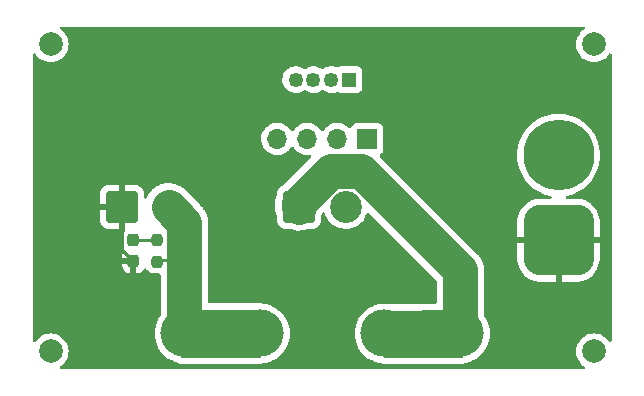
<source format=gbl>
%TF.GenerationSoftware,KiCad,Pcbnew,(6.0.9)*%
%TF.CreationDate,2022-12-21T01:12:51+09:00*%
%TF.ProjectId,power,706f7765-722e-46b6-9963-61645f706362,rev?*%
%TF.SameCoordinates,Original*%
%TF.FileFunction,Copper,L2,Bot*%
%TF.FilePolarity,Positive*%
%FSLAX46Y46*%
G04 Gerber Fmt 4.6, Leading zero omitted, Abs format (unit mm)*
G04 Created by KiCad (PCBNEW (6.0.9)) date 2022-12-21 01:12:51*
%MOMM*%
%LPD*%
G01*
G04 APERTURE LIST*
G04 Aperture macros list*
%AMRoundRect*
0 Rectangle with rounded corners*
0 $1 Rounding radius*
0 $2 $3 $4 $5 $6 $7 $8 $9 X,Y pos of 4 corners*
0 Add a 4 corners polygon primitive as box body*
4,1,4,$2,$3,$4,$5,$6,$7,$8,$9,$2,$3,0*
0 Add four circle primitives for the rounded corners*
1,1,$1+$1,$2,$3*
1,1,$1+$1,$4,$5*
1,1,$1+$1,$6,$7*
1,1,$1+$1,$8,$9*
0 Add four rect primitives between the rounded corners*
20,1,$1+$1,$2,$3,$4,$5,0*
20,1,$1+$1,$4,$5,$6,$7,0*
20,1,$1+$1,$6,$7,$8,$9,0*
20,1,$1+$1,$8,$9,$2,$3,0*%
G04 Aperture macros list end*
%TA.AperFunction,EtchedComponent*%
%ADD10C,0.100000*%
%TD*%
%TA.AperFunction,ComponentPad*%
%ADD11R,1.251000X1.251000*%
%TD*%
%TA.AperFunction,ComponentPad*%
%ADD12C,1.251000*%
%TD*%
%TA.AperFunction,ComponentPad*%
%ADD13R,1.700000X1.700000*%
%TD*%
%TA.AperFunction,ComponentPad*%
%ADD14O,1.700000X1.700000*%
%TD*%
%TA.AperFunction,ComponentPad*%
%ADD15RoundRect,0.250001X-1.099999X-1.099999X1.099999X-1.099999X1.099999X1.099999X-1.099999X1.099999X0*%
%TD*%
%TA.AperFunction,ComponentPad*%
%ADD16C,2.700000*%
%TD*%
%TA.AperFunction,SMDPad,CuDef*%
%ADD17RoundRect,0.237500X0.237500X-0.287500X0.237500X0.287500X-0.237500X0.287500X-0.237500X-0.287500X0*%
%TD*%
%TA.AperFunction,ComponentPad*%
%ADD18C,4.000000*%
%TD*%
%TA.AperFunction,SMDPad,CuDef*%
%ADD19RoundRect,0.237500X0.237500X-0.250000X0.237500X0.250000X-0.237500X0.250000X-0.237500X-0.250000X0*%
%TD*%
%TA.AperFunction,ComponentPad*%
%ADD20RoundRect,1.500000X1.500000X-1.500000X1.500000X1.500000X-1.500000X1.500000X-1.500000X-1.500000X0*%
%TD*%
%TA.AperFunction,ComponentPad*%
%ADD21C,6.000000*%
%TD*%
%TA.AperFunction,ViaPad*%
%ADD22C,2.000000*%
%TD*%
%TA.AperFunction,Conductor*%
%ADD23C,0.250000*%
%TD*%
%TA.AperFunction,Conductor*%
%ADD24C,3.000000*%
%TD*%
G04 APERTURE END LIST*
%TO.C,F1*%
G36*
X109754000Y-98500000D02*
G01*
X103054000Y-98500000D01*
X103054000Y-94500000D01*
X109754000Y-94500000D01*
X109754000Y-98500000D01*
G37*
D10*
X109754000Y-98500000D02*
X103054000Y-98500000D01*
X103054000Y-94500000D01*
X109754000Y-94500000D01*
X109754000Y-98500000D01*
G36*
X126846000Y-98500000D02*
G01*
X120246000Y-98500000D01*
X120046000Y-94600000D01*
X126846000Y-94500000D01*
X126846000Y-98500000D01*
G37*
X126846000Y-98500000D02*
X120246000Y-98500000D01*
X120046000Y-94600000D01*
X126846000Y-94500000D01*
X126846000Y-98500000D01*
%TD*%
D11*
%TO.P,J2,1,Pin_1*%
%TO.N,Net-(J2-Pad1)*%
X117250000Y-75000000D03*
D12*
%TO.P,J2,2,Pin_2*%
%TO.N,Net-(J2-Pad2)*%
X115750000Y-75000000D03*
%TO.P,J2,3,Pin_3*%
%TO.N,Net-(J2-Pad3)*%
X114250000Y-75000000D03*
%TO.P,J2,4,Pin_4*%
%TO.N,Net-(J2-Pad4)*%
X112750000Y-75000000D03*
%TD*%
D13*
%TO.P,J4,1,Pin_1*%
%TO.N,Net-(J2-Pad1)*%
X118800000Y-80025000D03*
D14*
%TO.P,J4,2,Pin_2*%
%TO.N,Net-(J2-Pad2)*%
X116260000Y-80025000D03*
%TO.P,J4,3,Pin_3*%
%TO.N,Net-(J2-Pad3)*%
X113720000Y-80025000D03*
%TO.P,J4,4,Pin_4*%
%TO.N,Net-(J2-Pad4)*%
X111180000Y-80025000D03*
%TD*%
D15*
%TO.P,J3,1,Pin_1*%
%TO.N,Net-(F1-Pad2)*%
X113020000Y-85775000D03*
D16*
%TO.P,J3,2,Pin_2*%
%TO.N,Net-(J1-Pad2)*%
X116980000Y-85775000D03*
%TD*%
D17*
%TO.P,D1,1,K*%
%TO.N,GND*%
X99000000Y-90375000D03*
%TO.P,D1,2,A*%
%TO.N,Net-(D1-Pad2)*%
X99000000Y-88625000D03*
%TD*%
D18*
%TO.P,F1,*%
%TO.N,*%
X120246000Y-96500000D03*
X109754000Y-96500000D03*
%TO.P,F1,1*%
%TO.N,Net-(F1-Pad1)*%
X103316000Y-96500000D03*
%TO.P,F1,2*%
%TO.N,Net-(F1-Pad2)*%
X126684000Y-96500000D03*
%TD*%
D19*
%TO.P,R1,1*%
%TO.N,Net-(F1-Pad1)*%
X101000000Y-90412500D03*
%TO.P,R1,2*%
%TO.N,Net-(D1-Pad2)*%
X101000000Y-88587500D03*
%TD*%
D15*
%TO.P,J5,1,Pin_1*%
%TO.N,GND*%
X98020000Y-85775000D03*
D16*
%TO.P,J5,2,Pin_2*%
%TO.N,Net-(F1-Pad1)*%
X101980000Y-85775000D03*
%TD*%
D20*
%TO.P,J1,1,Pin_1*%
%TO.N,GND*%
X135000000Y-88600000D03*
D21*
%TO.P,J1,2,Pin_2*%
%TO.N,Net-(J1-Pad2)*%
X135000000Y-81400000D03*
%TD*%
D22*
%TO.N,*%
X92000000Y-72000000D03*
X92000000Y-98000000D03*
X138000000Y-72000000D03*
X138000000Y-98000000D03*
%TD*%
D23*
%TO.N,GND*%
X98020000Y-89395000D02*
X98020000Y-85775000D01*
X99000000Y-90375000D02*
X98020000Y-89395000D01*
%TO.N,Net-(D1-Pad2)*%
X101000000Y-88587500D02*
X99037500Y-88587500D01*
X99037500Y-88587500D02*
X99000000Y-88625000D01*
D24*
%TO.N,Net-(F1-Pad1)*%
X103316000Y-96500000D02*
X103316000Y-90316000D01*
D23*
X101000000Y-90412500D02*
X101096500Y-90316000D01*
X101096500Y-90316000D02*
X103316000Y-90316000D01*
D24*
X103316000Y-87111000D02*
X101980000Y-85775000D01*
X103316000Y-90316000D02*
X103316000Y-87111000D01*
%TO.N,Net-(F1-Pad2)*%
X115716648Y-82725000D02*
X113020000Y-85421648D01*
X126684000Y-96500000D02*
X126684000Y-91165648D01*
X126684000Y-91165648D02*
X118243352Y-82725000D01*
X118243352Y-82725000D02*
X115716648Y-82725000D01*
X113020000Y-85421648D02*
X113020000Y-85775000D01*
%TD*%
%TA.AperFunction,Conductor*%
%TO.N,GND*%
G36*
X137168175Y-70528502D02*
G01*
X137214668Y-70582158D01*
X137224772Y-70652432D01*
X137195278Y-70717012D01*
X137165890Y-70741933D01*
X137110584Y-70775824D01*
X136930031Y-70930031D01*
X136775824Y-71110584D01*
X136773245Y-71114792D01*
X136773241Y-71114798D01*
X136654346Y-71308817D01*
X136651760Y-71313037D01*
X136649867Y-71317607D01*
X136649865Y-71317611D01*
X136562789Y-71527833D01*
X136560895Y-71532406D01*
X136505465Y-71763289D01*
X136486835Y-72000000D01*
X136505465Y-72236711D01*
X136560895Y-72467594D01*
X136651760Y-72686963D01*
X136654346Y-72691183D01*
X136773241Y-72885202D01*
X136773245Y-72885208D01*
X136775824Y-72889416D01*
X136930031Y-73069969D01*
X137110584Y-73224176D01*
X137114792Y-73226755D01*
X137114798Y-73226759D01*
X137308817Y-73345654D01*
X137313037Y-73348240D01*
X137317607Y-73350133D01*
X137317611Y-73350135D01*
X137527833Y-73437211D01*
X137532406Y-73439105D01*
X137612609Y-73458360D01*
X137758476Y-73493380D01*
X137758482Y-73493381D01*
X137763289Y-73494535D01*
X138000000Y-73513165D01*
X138236711Y-73494535D01*
X138241518Y-73493381D01*
X138241524Y-73493380D01*
X138387391Y-73458360D01*
X138467594Y-73439105D01*
X138472167Y-73437211D01*
X138682389Y-73350135D01*
X138682393Y-73350133D01*
X138686963Y-73348240D01*
X138691183Y-73345654D01*
X138885202Y-73226759D01*
X138885208Y-73226755D01*
X138889416Y-73224176D01*
X139069969Y-73069969D01*
X139224176Y-72889416D01*
X139258067Y-72834111D01*
X139310715Y-72786480D01*
X139380756Y-72774873D01*
X139445954Y-72802976D01*
X139485608Y-72861867D01*
X139491500Y-72899946D01*
X139491500Y-97100054D01*
X139471498Y-97168175D01*
X139417842Y-97214668D01*
X139347568Y-97224772D01*
X139282988Y-97195278D01*
X139258067Y-97165889D01*
X139233054Y-97125072D01*
X139224176Y-97110584D01*
X139069969Y-96930031D01*
X138889416Y-96775824D01*
X138885208Y-96773245D01*
X138885202Y-96773241D01*
X138691183Y-96654346D01*
X138686963Y-96651760D01*
X138682393Y-96649867D01*
X138682389Y-96649865D01*
X138472167Y-96562789D01*
X138472165Y-96562788D01*
X138467594Y-96560895D01*
X138387391Y-96541640D01*
X138241524Y-96506620D01*
X138241518Y-96506619D01*
X138236711Y-96505465D01*
X138000000Y-96486835D01*
X137763289Y-96505465D01*
X137758482Y-96506619D01*
X137758476Y-96506620D01*
X137612609Y-96541640D01*
X137532406Y-96560895D01*
X137527835Y-96562788D01*
X137527833Y-96562789D01*
X137317611Y-96649865D01*
X137317607Y-96649867D01*
X137313037Y-96651760D01*
X137308817Y-96654346D01*
X137114798Y-96773241D01*
X137114792Y-96773245D01*
X137110584Y-96775824D01*
X136930031Y-96930031D01*
X136775824Y-97110584D01*
X136773245Y-97114792D01*
X136773241Y-97114798D01*
X136654346Y-97308817D01*
X136651760Y-97313037D01*
X136649867Y-97317607D01*
X136649865Y-97317611D01*
X136562789Y-97527833D01*
X136560895Y-97532406D01*
X136505465Y-97763289D01*
X136486835Y-98000000D01*
X136505465Y-98236711D01*
X136560895Y-98467594D01*
X136562788Y-98472165D01*
X136562789Y-98472167D01*
X136625719Y-98624093D01*
X136651760Y-98686963D01*
X136654346Y-98691183D01*
X136773241Y-98885202D01*
X136773245Y-98885208D01*
X136775824Y-98889416D01*
X136880793Y-99012319D01*
X136921430Y-99059898D01*
X136930031Y-99069969D01*
X137110584Y-99224176D01*
X137165889Y-99258067D01*
X137213520Y-99310715D01*
X137225127Y-99380756D01*
X137197024Y-99445954D01*
X137138133Y-99485608D01*
X137100054Y-99491500D01*
X92899946Y-99491500D01*
X92831825Y-99471498D01*
X92785332Y-99417842D01*
X92775228Y-99347568D01*
X92804722Y-99282988D01*
X92834111Y-99258067D01*
X92889416Y-99224176D01*
X93069969Y-99069969D01*
X93078571Y-99059898D01*
X93119207Y-99012319D01*
X93224176Y-98889416D01*
X93226755Y-98885208D01*
X93226759Y-98885202D01*
X93345654Y-98691183D01*
X93348240Y-98686963D01*
X93374282Y-98624093D01*
X93437211Y-98472167D01*
X93437212Y-98472165D01*
X93439105Y-98467594D01*
X93494535Y-98236711D01*
X93513165Y-98000000D01*
X93494535Y-97763289D01*
X93439105Y-97532406D01*
X93437211Y-97527833D01*
X93350135Y-97317611D01*
X93350133Y-97317607D01*
X93348240Y-97313037D01*
X93345654Y-97308817D01*
X93226759Y-97114798D01*
X93226755Y-97114792D01*
X93224176Y-97110584D01*
X93069969Y-96930031D01*
X92889416Y-96775824D01*
X92885208Y-96773245D01*
X92885202Y-96773241D01*
X92691183Y-96654346D01*
X92686963Y-96651760D01*
X92682393Y-96649867D01*
X92682389Y-96649865D01*
X92472167Y-96562789D01*
X92472165Y-96562788D01*
X92467594Y-96560895D01*
X92387391Y-96541640D01*
X92241524Y-96506620D01*
X92241518Y-96506619D01*
X92236711Y-96505465D01*
X92000000Y-96486835D01*
X91763289Y-96505465D01*
X91758482Y-96506619D01*
X91758476Y-96506620D01*
X91612609Y-96541640D01*
X91532406Y-96560895D01*
X91527835Y-96562788D01*
X91527833Y-96562789D01*
X91317611Y-96649865D01*
X91317607Y-96649867D01*
X91313037Y-96651760D01*
X91308817Y-96654346D01*
X91114798Y-96773241D01*
X91114792Y-96773245D01*
X91110584Y-96775824D01*
X90930031Y-96930031D01*
X90775824Y-97110584D01*
X90766946Y-97125072D01*
X90741933Y-97165889D01*
X90689285Y-97213520D01*
X90619244Y-97225127D01*
X90554046Y-97197024D01*
X90514392Y-97138133D01*
X90508500Y-97100054D01*
X90508500Y-90708766D01*
X98017000Y-90708766D01*
X98017337Y-90715282D01*
X98027075Y-90809132D01*
X98029968Y-90822528D01*
X98080488Y-90973953D01*
X98086653Y-90987115D01*
X98170426Y-91122492D01*
X98179460Y-91133890D01*
X98292129Y-91246363D01*
X98303540Y-91255375D01*
X98439063Y-91338912D01*
X98452241Y-91345056D01*
X98603766Y-91395315D01*
X98617132Y-91398181D01*
X98709770Y-91407672D01*
X98716185Y-91408000D01*
X98727885Y-91408000D01*
X98743124Y-91403525D01*
X98744329Y-91402135D01*
X98746000Y-91394452D01*
X98746000Y-90647115D01*
X98741525Y-90631876D01*
X98740135Y-90630671D01*
X98732452Y-90629000D01*
X98035115Y-90629000D01*
X98019876Y-90633475D01*
X98018671Y-90634865D01*
X98017000Y-90642548D01*
X98017000Y-90708766D01*
X90508500Y-90708766D01*
X90508500Y-88962072D01*
X98016500Y-88962072D01*
X98027293Y-89066093D01*
X98082346Y-89231107D01*
X98173884Y-89379031D01*
X98206141Y-89411231D01*
X98240220Y-89473512D01*
X98235218Y-89544332D01*
X98206296Y-89589422D01*
X98178637Y-89617129D01*
X98169625Y-89628540D01*
X98086088Y-89764063D01*
X98079944Y-89777241D01*
X98029685Y-89928766D01*
X98026819Y-89942132D01*
X98017328Y-90034770D01*
X98017000Y-90041185D01*
X98017000Y-90102885D01*
X98021475Y-90118124D01*
X98022865Y-90119329D01*
X98030548Y-90121000D01*
X99128000Y-90121000D01*
X99196121Y-90141002D01*
X99242614Y-90194658D01*
X99254000Y-90247000D01*
X99254000Y-91389885D01*
X99258475Y-91405124D01*
X99259865Y-91406329D01*
X99267548Y-91408000D01*
X99283766Y-91408000D01*
X99290282Y-91407663D01*
X99384132Y-91397925D01*
X99397528Y-91395032D01*
X99548953Y-91344512D01*
X99562115Y-91338347D01*
X99697492Y-91254574D01*
X99708890Y-91245540D01*
X99821363Y-91132871D01*
X99830375Y-91121460D01*
X99892406Y-91020827D01*
X99945178Y-90973334D01*
X100015250Y-90961910D01*
X100080374Y-90990184D01*
X100106807Y-91020635D01*
X100173884Y-91129031D01*
X100179066Y-91134204D01*
X100291816Y-91246758D01*
X100291821Y-91246762D01*
X100296997Y-91251929D01*
X100303227Y-91255769D01*
X100303228Y-91255770D01*
X100398861Y-91314719D01*
X100445080Y-91343209D01*
X100610191Y-91397974D01*
X100617027Y-91398674D01*
X100617030Y-91398675D01*
X100664370Y-91403525D01*
X100712928Y-91408500D01*
X101181500Y-91408500D01*
X101249621Y-91428502D01*
X101296114Y-91482158D01*
X101307500Y-91534500D01*
X101307500Y-94947792D01*
X101283588Y-95021392D01*
X101282568Y-95022625D01*
X101113438Y-95289131D01*
X101111754Y-95292710D01*
X101111750Y-95292717D01*
X100980733Y-95571144D01*
X100979044Y-95574734D01*
X100881505Y-95874928D01*
X100822359Y-96184980D01*
X100802540Y-96500000D01*
X100822359Y-96815020D01*
X100881505Y-97125072D01*
X100979044Y-97425266D01*
X100980731Y-97428852D01*
X100980733Y-97428856D01*
X101111750Y-97707283D01*
X101111754Y-97707290D01*
X101113438Y-97710869D01*
X101282568Y-97977375D01*
X101483767Y-98220582D01*
X101713860Y-98436654D01*
X101969221Y-98622184D01*
X102245821Y-98774247D01*
X102249490Y-98775700D01*
X102249495Y-98775702D01*
X102526061Y-98885202D01*
X102539298Y-98890443D01*
X102543113Y-98891423D01*
X102543133Y-98891429D01*
X102664837Y-98922677D01*
X102699897Y-98937631D01*
X102741390Y-98963357D01*
X102747984Y-98967737D01*
X102792816Y-98999598D01*
X102800894Y-99002506D01*
X102808510Y-99006488D01*
X102808440Y-99006622D01*
X102809494Y-99007131D01*
X102809556Y-99006992D01*
X102817397Y-99010483D01*
X102824702Y-99015012D01*
X102871107Y-99028494D01*
X102877516Y-99030356D01*
X102885042Y-99032802D01*
X102928709Y-99048523D01*
X102928711Y-99048523D01*
X102936790Y-99051432D01*
X102945352Y-99052061D01*
X102953761Y-99053848D01*
X102953729Y-99053996D01*
X102958767Y-99054903D01*
X102958805Y-99054692D01*
X102965313Y-99055863D01*
X102971646Y-99057703D01*
X102978223Y-99058186D01*
X102980192Y-99058331D01*
X102980203Y-99058331D01*
X102982499Y-99058500D01*
X103028411Y-99058500D01*
X103037638Y-99058838D01*
X103089398Y-99062639D01*
X103097817Y-99060941D01*
X103098427Y-99060903D01*
X103122501Y-99058500D01*
X109728411Y-99058500D01*
X109737638Y-99058838D01*
X109789398Y-99062639D01*
X109797813Y-99060942D01*
X109797816Y-99060942D01*
X109843315Y-99051767D01*
X109851121Y-99050447D01*
X109897093Y-99044150D01*
X109897094Y-99044150D01*
X109905604Y-99042984D01*
X109913485Y-99039573D01*
X109921764Y-99037262D01*
X109921804Y-99037406D01*
X109922918Y-99037058D01*
X109922868Y-99036915D01*
X109930978Y-99034091D01*
X109939399Y-99032393D01*
X109988413Y-99007419D01*
X109995583Y-99004046D01*
X109999131Y-99002511D01*
X110033370Y-98993146D01*
X110221043Y-98969438D01*
X110221063Y-98969434D01*
X110224975Y-98968940D01*
X110530702Y-98890443D01*
X110543939Y-98885202D01*
X110820505Y-98775702D01*
X110820510Y-98775700D01*
X110824179Y-98774247D01*
X111100779Y-98622184D01*
X111356140Y-98436654D01*
X111586233Y-98220582D01*
X111787432Y-97977375D01*
X111956562Y-97710869D01*
X111958246Y-97707290D01*
X111958250Y-97707283D01*
X112089267Y-97428856D01*
X112089269Y-97428852D01*
X112090956Y-97425266D01*
X112188495Y-97125072D01*
X112247641Y-96815020D01*
X112267460Y-96500000D01*
X112247641Y-96184980D01*
X112188495Y-95874928D01*
X112090956Y-95574734D01*
X112089267Y-95571144D01*
X111958250Y-95292717D01*
X111958246Y-95292710D01*
X111956562Y-95289131D01*
X111787432Y-95022625D01*
X111586233Y-94779418D01*
X111356140Y-94563346D01*
X111100779Y-94377816D01*
X110824179Y-94225753D01*
X110820510Y-94224300D01*
X110820505Y-94224298D01*
X110534372Y-94111010D01*
X110534371Y-94111010D01*
X110530702Y-94109557D01*
X110224975Y-94031060D01*
X110124654Y-94018387D01*
X110044842Y-94008304D01*
X110015644Y-93999155D01*
X110015194Y-94000405D01*
X110010896Y-93998858D01*
X110003891Y-93995472D01*
X110002261Y-93994961D01*
X109999493Y-93993514D01*
X109999563Y-93993380D01*
X109998506Y-93992869D01*
X109998444Y-93993008D01*
X109990603Y-93989517D01*
X109983298Y-93984988D01*
X109930480Y-93969643D01*
X109922958Y-93967198D01*
X109879291Y-93951477D01*
X109879289Y-93951477D01*
X109871210Y-93948568D01*
X109862648Y-93947939D01*
X109854239Y-93946152D01*
X109854271Y-93946004D01*
X109849233Y-93945097D01*
X109849195Y-93945308D01*
X109842687Y-93944137D01*
X109836354Y-93942297D01*
X109829777Y-93941814D01*
X109827808Y-93941669D01*
X109827797Y-93941669D01*
X109825501Y-93941500D01*
X109779589Y-93941500D01*
X109770361Y-93941162D01*
X109718602Y-93937361D01*
X109710183Y-93939059D01*
X109709573Y-93939097D01*
X109685499Y-93941500D01*
X105450500Y-93941500D01*
X105382379Y-93921498D01*
X105335886Y-93867842D01*
X105324500Y-93815500D01*
X105324500Y-87166890D01*
X105324673Y-87160296D01*
X105328868Y-87080259D01*
X105328868Y-87080253D01*
X105329098Y-87075862D01*
X105325636Y-87036284D01*
X105318479Y-86954486D01*
X105318307Y-86952293D01*
X105310118Y-86835173D01*
X105310117Y-86835167D01*
X105309811Y-86830788D01*
X105307753Y-86821107D01*
X105305481Y-86805900D01*
X105305002Y-86800425D01*
X105305000Y-86800412D01*
X105304617Y-86796034D01*
X105303628Y-86791748D01*
X105277207Y-86677305D01*
X105276732Y-86675160D01*
X105252325Y-86560337D01*
X105252323Y-86560330D01*
X105251409Y-86556030D01*
X105248020Y-86546719D01*
X105243655Y-86531981D01*
X105241428Y-86522337D01*
X105197777Y-86408622D01*
X105197018Y-86406591D01*
X105156842Y-86296207D01*
X105156838Y-86296198D01*
X105155337Y-86292074D01*
X105153278Y-86288202D01*
X105153273Y-86288190D01*
X105150686Y-86283325D01*
X105144310Y-86269334D01*
X105142342Y-86264207D01*
X105142339Y-86264200D01*
X105140764Y-86260098D01*
X105081702Y-86153548D01*
X105080665Y-86151637D01*
X105025528Y-86047940D01*
X105023464Y-86044058D01*
X105017650Y-86036056D01*
X105009379Y-86023073D01*
X105006720Y-86018275D01*
X105006714Y-86018266D01*
X105004583Y-86014421D01*
X104931290Y-85917160D01*
X104929988Y-85915400D01*
X104880538Y-85847336D01*
X104858358Y-85816808D01*
X104851472Y-85809677D01*
X104841486Y-85797984D01*
X104838187Y-85793607D01*
X104838186Y-85793606D01*
X104835535Y-85790088D01*
X104749487Y-85704040D01*
X104747945Y-85702472D01*
X104666285Y-85617910D01*
X104666281Y-85617907D01*
X104663231Y-85614748D01*
X104655414Y-85608641D01*
X104643899Y-85598452D01*
X103352185Y-84306737D01*
X103350623Y-84305175D01*
X103191697Y-84167023D01*
X102956118Y-84014036D01*
X102701540Y-83895324D01*
X102697340Y-83894040D01*
X102697335Y-83894038D01*
X102567228Y-83854261D01*
X102432917Y-83813199D01*
X102155480Y-83769256D01*
X102151080Y-83769179D01*
X102151078Y-83769179D01*
X102061572Y-83767617D01*
X101874626Y-83764354D01*
X101870270Y-83764889D01*
X101870267Y-83764889D01*
X101600188Y-83798051D01*
X101600184Y-83798052D01*
X101595825Y-83798587D01*
X101536493Y-83814485D01*
X101328739Y-83870152D01*
X101328737Y-83870153D01*
X101324500Y-83871288D01*
X101065933Y-83981043D01*
X101062166Y-83983306D01*
X101062159Y-83983310D01*
X101011023Y-84014036D01*
X100825158Y-84125715D01*
X100821742Y-84128481D01*
X100821738Y-84128484D01*
X100683725Y-84240246D01*
X100606862Y-84302489D01*
X100603860Y-84305708D01*
X100603856Y-84305712D01*
X100553770Y-84359423D01*
X100415291Y-84507923D01*
X100254175Y-84738020D01*
X100126650Y-84988300D01*
X100123134Y-84998512D01*
X100082044Y-85056407D01*
X100016175Y-85082897D01*
X99946440Y-85069571D01*
X99894980Y-85020659D01*
X99878000Y-84957487D01*
X99878000Y-84627904D01*
X99877663Y-84621389D01*
X99867744Y-84525797D01*
X99864850Y-84512398D01*
X99813412Y-84358217D01*
X99807238Y-84345038D01*
X99721937Y-84207193D01*
X99712901Y-84195792D01*
X99598170Y-84081261D01*
X99586759Y-84072249D01*
X99448755Y-83987182D01*
X99435577Y-83981038D01*
X99281284Y-83929861D01*
X99267919Y-83926995D01*
X99173561Y-83917328D01*
X99167144Y-83917000D01*
X98292115Y-83917000D01*
X98276876Y-83921475D01*
X98275671Y-83922865D01*
X98274000Y-83930548D01*
X98274000Y-87614885D01*
X98288355Y-87663774D01*
X98288355Y-87734771D01*
X98256632Y-87788290D01*
X98173071Y-87871997D01*
X98169231Y-87878227D01*
X98169230Y-87878228D01*
X98159323Y-87894301D01*
X98081791Y-88020080D01*
X98027026Y-88185191D01*
X98016500Y-88287928D01*
X98016500Y-88962072D01*
X90508500Y-88962072D01*
X90508500Y-86922096D01*
X96162000Y-86922096D01*
X96162337Y-86928611D01*
X96172256Y-87024203D01*
X96175150Y-87037602D01*
X96226588Y-87191783D01*
X96232762Y-87204962D01*
X96318063Y-87342807D01*
X96327099Y-87354208D01*
X96441830Y-87468739D01*
X96453241Y-87477751D01*
X96591245Y-87562818D01*
X96604423Y-87568962D01*
X96758716Y-87620139D01*
X96772081Y-87623005D01*
X96866439Y-87632672D01*
X96872855Y-87633000D01*
X97747885Y-87633000D01*
X97763124Y-87628525D01*
X97764329Y-87627135D01*
X97766000Y-87619452D01*
X97766000Y-86047115D01*
X97761525Y-86031876D01*
X97760135Y-86030671D01*
X97752452Y-86029000D01*
X96180115Y-86029000D01*
X96164876Y-86033475D01*
X96163671Y-86034865D01*
X96162000Y-86042548D01*
X96162000Y-86922096D01*
X90508500Y-86922096D01*
X90508500Y-85502885D01*
X96162000Y-85502885D01*
X96166475Y-85518124D01*
X96167865Y-85519329D01*
X96175548Y-85521000D01*
X97747885Y-85521000D01*
X97763124Y-85516525D01*
X97764329Y-85515135D01*
X97766000Y-85507452D01*
X97766000Y-83935115D01*
X97761525Y-83919876D01*
X97760135Y-83918671D01*
X97752452Y-83917000D01*
X96872904Y-83917000D01*
X96866389Y-83917337D01*
X96770797Y-83927256D01*
X96757398Y-83930150D01*
X96603217Y-83981588D01*
X96590038Y-83987762D01*
X96452193Y-84073063D01*
X96440792Y-84082099D01*
X96326261Y-84196830D01*
X96317249Y-84208241D01*
X96232182Y-84346245D01*
X96226038Y-84359423D01*
X96174861Y-84513716D01*
X96171995Y-84527081D01*
X96162328Y-84621439D01*
X96162000Y-84627856D01*
X96162000Y-85502885D01*
X90508500Y-85502885D01*
X90508500Y-79991695D01*
X109817251Y-79991695D01*
X109830110Y-80214715D01*
X109831247Y-80219761D01*
X109831248Y-80219767D01*
X109851862Y-80311236D01*
X109879222Y-80432639D01*
X109963266Y-80639616D01*
X110000685Y-80700678D01*
X110077291Y-80825688D01*
X110079987Y-80830088D01*
X110226250Y-80998938D01*
X110398126Y-81141632D01*
X110591000Y-81254338D01*
X110799692Y-81334030D01*
X110804760Y-81335061D01*
X110804763Y-81335062D01*
X110912017Y-81356883D01*
X111018597Y-81378567D01*
X111023772Y-81378757D01*
X111023774Y-81378757D01*
X111236673Y-81386564D01*
X111236677Y-81386564D01*
X111241837Y-81386753D01*
X111246957Y-81386097D01*
X111246959Y-81386097D01*
X111458288Y-81359025D01*
X111458289Y-81359025D01*
X111463416Y-81358368D01*
X111468366Y-81356883D01*
X111672429Y-81295661D01*
X111672434Y-81295659D01*
X111677384Y-81294174D01*
X111877994Y-81195896D01*
X112059860Y-81066173D01*
X112090090Y-81036049D01*
X112203400Y-80923134D01*
X112218096Y-80908489D01*
X112277594Y-80825689D01*
X112348453Y-80727077D01*
X112349776Y-80728028D01*
X112396645Y-80684857D01*
X112466580Y-80672625D01*
X112532026Y-80700144D01*
X112559875Y-80731994D01*
X112619987Y-80830088D01*
X112766250Y-80998938D01*
X112938126Y-81141632D01*
X113131000Y-81254338D01*
X113339692Y-81334030D01*
X113344760Y-81335061D01*
X113344763Y-81335062D01*
X113452017Y-81356883D01*
X113558597Y-81378567D01*
X113563772Y-81378757D01*
X113563774Y-81378757D01*
X113776673Y-81386564D01*
X113776677Y-81386564D01*
X113781837Y-81386753D01*
X113786957Y-81386097D01*
X113786959Y-81386097D01*
X113859961Y-81376745D01*
X113911935Y-81370087D01*
X113982044Y-81381271D01*
X114034978Y-81428584D01*
X114053929Y-81497005D01*
X114032881Y-81564810D01*
X114017039Y-81584161D01*
X111649632Y-83951568D01*
X111609000Y-83976687D01*
X111609628Y-83978028D01*
X111602999Y-83981133D01*
X111596055Y-83983450D01*
X111589831Y-83987302D01*
X111589830Y-83987302D01*
X111546628Y-84014036D01*
X111445652Y-84076522D01*
X111320695Y-84201697D01*
X111316855Y-84207927D01*
X111316854Y-84207928D01*
X111258566Y-84302489D01*
X111227885Y-84352262D01*
X111225581Y-84359209D01*
X111174771Y-84512398D01*
X111172203Y-84520139D01*
X111171503Y-84526975D01*
X111171502Y-84526978D01*
X111167091Y-84570031D01*
X111161500Y-84624600D01*
X111161500Y-84627819D01*
X111161336Y-84631028D01*
X111160563Y-84630989D01*
X111149695Y-84680012D01*
X111140324Y-84700108D01*
X111139039Y-84704310D01*
X111139039Y-84704311D01*
X111137430Y-84709575D01*
X111132042Y-84723985D01*
X111128018Y-84733023D01*
X111126803Y-84737261D01*
X111094435Y-84850143D01*
X111093817Y-84852231D01*
X111058199Y-84968731D01*
X111056650Y-84978513D01*
X111053320Y-84993527D01*
X111050593Y-85003038D01*
X111049981Y-85007391D01*
X111049980Y-85007397D01*
X111033646Y-85123626D01*
X111033321Y-85125802D01*
X111014256Y-85246168D01*
X111014179Y-85250564D01*
X111014179Y-85250568D01*
X111014083Y-85256078D01*
X111012876Y-85271408D01*
X111011500Y-85281200D01*
X111011500Y-85402960D01*
X111011481Y-85405158D01*
X111009354Y-85527022D01*
X111009889Y-85531378D01*
X111009889Y-85531381D01*
X111010561Y-85536852D01*
X111011500Y-85552208D01*
X111011500Y-85845146D01*
X111011653Y-85847332D01*
X111011653Y-85847336D01*
X111025681Y-86047940D01*
X111026189Y-86055212D01*
X111084591Y-86329970D01*
X111086094Y-86334099D01*
X111086095Y-86334103D01*
X111153901Y-86520398D01*
X111161500Y-86563492D01*
X111161500Y-86925400D01*
X111161837Y-86928646D01*
X111161837Y-86928650D01*
X111171752Y-87024203D01*
X111172474Y-87031165D01*
X111174655Y-87037701D01*
X111174655Y-87037703D01*
X111185983Y-87071657D01*
X111228450Y-87198945D01*
X111321522Y-87349348D01*
X111446697Y-87474305D01*
X111452927Y-87478145D01*
X111452928Y-87478146D01*
X111590090Y-87562694D01*
X111597262Y-87567115D01*
X111652459Y-87585423D01*
X111758611Y-87620632D01*
X111758613Y-87620632D01*
X111765139Y-87622797D01*
X111771975Y-87623497D01*
X111771978Y-87623498D01*
X111815031Y-87627909D01*
X111869600Y-87633500D01*
X112233832Y-87633500D01*
X112281032Y-87642675D01*
X112397824Y-87689862D01*
X112402093Y-87690926D01*
X112402095Y-87690927D01*
X112666107Y-87756753D01*
X112666112Y-87756754D01*
X112670376Y-87757817D01*
X112674744Y-87758276D01*
X112674749Y-87758277D01*
X112945364Y-87786719D01*
X112945367Y-87786719D01*
X112949733Y-87787178D01*
X112954121Y-87787025D01*
X112954127Y-87787025D01*
X113226061Y-87777529D01*
X113226067Y-87777528D01*
X113230458Y-87777375D01*
X113234781Y-87776613D01*
X113234788Y-87776612D01*
X113418433Y-87744230D01*
X113507087Y-87728598D01*
X113733514Y-87655028D01*
X113770053Y-87643156D01*
X113770055Y-87643155D01*
X113774235Y-87641797D01*
X113774326Y-87642076D01*
X113818443Y-87633500D01*
X114170400Y-87633500D01*
X114173646Y-87633163D01*
X114173650Y-87633163D01*
X114269307Y-87623238D01*
X114269311Y-87623237D01*
X114276165Y-87622526D01*
X114282701Y-87620345D01*
X114282703Y-87620345D01*
X114429120Y-87571496D01*
X114443945Y-87566550D01*
X114594348Y-87473478D01*
X114719305Y-87348303D01*
X114751174Y-87296602D01*
X114808275Y-87203968D01*
X114808276Y-87203966D01*
X114812115Y-87197738D01*
X114865196Y-87037703D01*
X114865632Y-87036389D01*
X114865632Y-87036387D01*
X114867797Y-87029861D01*
X114868509Y-87022919D01*
X114875629Y-86953424D01*
X114878500Y-86925400D01*
X114878500Y-86565610D01*
X114889393Y-86514361D01*
X114910195Y-86467639D01*
X114910196Y-86467637D01*
X114911982Y-86463625D01*
X114940594Y-86363843D01*
X114972618Y-86309478D01*
X114998260Y-86283836D01*
X115060572Y-86249810D01*
X115131387Y-86254875D01*
X115188223Y-86297422D01*
X115206879Y-86333055D01*
X115250441Y-86463625D01*
X115258584Y-86488034D01*
X115277866Y-86526623D01*
X115353158Y-86677305D01*
X115376225Y-86723470D01*
X115378754Y-86727129D01*
X115513530Y-86922134D01*
X115525865Y-86939982D01*
X115704520Y-87133249D01*
X115908623Y-87299415D01*
X115912431Y-87301708D01*
X115912433Y-87301709D01*
X116130288Y-87432868D01*
X116130292Y-87432870D01*
X116134104Y-87435165D01*
X116270026Y-87492721D01*
X116372359Y-87536054D01*
X116372364Y-87536056D01*
X116376462Y-87537791D01*
X116380760Y-87538930D01*
X116380764Y-87538932D01*
X116472575Y-87563275D01*
X116630862Y-87605244D01*
X116892229Y-87636179D01*
X117155347Y-87629978D01*
X117159745Y-87629246D01*
X117410576Y-87587496D01*
X117410580Y-87587495D01*
X117414966Y-87586765D01*
X117419207Y-87585424D01*
X117419210Y-87585423D01*
X117661661Y-87508746D01*
X117661663Y-87508745D01*
X117665907Y-87507403D01*
X117669918Y-87505477D01*
X117669923Y-87505475D01*
X117899143Y-87395405D01*
X117899144Y-87395404D01*
X117903162Y-87393475D01*
X118013187Y-87319958D01*
X118118289Y-87249732D01*
X118118293Y-87249729D01*
X118121997Y-87247254D01*
X118125314Y-87244283D01*
X118125318Y-87244280D01*
X118314729Y-87074629D01*
X118314730Y-87074628D01*
X118318047Y-87071657D01*
X118487398Y-86870189D01*
X118514650Y-86826493D01*
X118609030Y-86675160D01*
X118626674Y-86646869D01*
X118635944Y-86625902D01*
X118731295Y-86410219D01*
X118733093Y-86406152D01*
X118745026Y-86363843D01*
X118751947Y-86339301D01*
X118789688Y-86279167D01*
X118853949Y-86248984D01*
X118924327Y-86258334D01*
X118962311Y-86284407D01*
X124638595Y-91960691D01*
X124672621Y-92023003D01*
X124675500Y-92049786D01*
X124675500Y-93849199D01*
X124655498Y-93917320D01*
X124601842Y-93963813D01*
X124551354Y-93975185D01*
X121209750Y-94024326D01*
X120729467Y-94031389D01*
X120711822Y-94030409D01*
X120679078Y-94026273D01*
X120403821Y-93991500D01*
X120088179Y-93991500D01*
X119775025Y-94031060D01*
X119469298Y-94109557D01*
X119465629Y-94111010D01*
X119465628Y-94111010D01*
X119179495Y-94224298D01*
X119179490Y-94224300D01*
X119175821Y-94225753D01*
X118899221Y-94377816D01*
X118643860Y-94563346D01*
X118413767Y-94779418D01*
X118212568Y-95022625D01*
X118043438Y-95289131D01*
X118041754Y-95292710D01*
X118041750Y-95292717D01*
X117910733Y-95571144D01*
X117909044Y-95574734D01*
X117811505Y-95874928D01*
X117752359Y-96184980D01*
X117732540Y-96500000D01*
X117752359Y-96815020D01*
X117811505Y-97125072D01*
X117909044Y-97425266D01*
X117910731Y-97428852D01*
X117910733Y-97428856D01*
X118041750Y-97707283D01*
X118041754Y-97707290D01*
X118043438Y-97710869D01*
X118212568Y-97977375D01*
X118413767Y-98220582D01*
X118643860Y-98436654D01*
X118899221Y-98622184D01*
X119175821Y-98774247D01*
X119179490Y-98775700D01*
X119179495Y-98775702D01*
X119456061Y-98885202D01*
X119469298Y-98890443D01*
X119775025Y-98968940D01*
X119778937Y-98969434D01*
X119778957Y-98969438D01*
X119956055Y-98991810D01*
X119994925Y-99005829D01*
X119995706Y-99004130D01*
X120001869Y-99006961D01*
X120003768Y-99007980D01*
X120004294Y-99008214D01*
X120010746Y-99012319D01*
X120013901Y-99013276D01*
X120016702Y-99015012D01*
X120069518Y-99030356D01*
X120086325Y-99035239D01*
X120087725Y-99035655D01*
X120150422Y-99054661D01*
X120150425Y-99054662D01*
X120157185Y-99056711D01*
X120160482Y-99056784D01*
X120163646Y-99057703D01*
X120171302Y-99058265D01*
X120172192Y-99058331D01*
X120172203Y-99058331D01*
X120174499Y-99058500D01*
X120236852Y-99058500D01*
X120239634Y-99058531D01*
X120310167Y-99060088D01*
X120315058Y-99058838D01*
X120320979Y-99058500D01*
X126820411Y-99058500D01*
X126829638Y-99058838D01*
X126881398Y-99062639D01*
X126889813Y-99060942D01*
X126889816Y-99060942D01*
X126935315Y-99051767D01*
X126943121Y-99050447D01*
X126989093Y-99044150D01*
X126989094Y-99044150D01*
X126997604Y-99042984D01*
X127005485Y-99039573D01*
X127013764Y-99037262D01*
X127013804Y-99037406D01*
X127014918Y-99037058D01*
X127014868Y-99036915D01*
X127022978Y-99034091D01*
X127031399Y-99032393D01*
X127080411Y-99007420D01*
X127087571Y-99004051D01*
X127097862Y-98999598D01*
X127112771Y-98993146D01*
X127130154Y-98985624D01*
X127130156Y-98985623D01*
X127138038Y-98982212D01*
X127144273Y-98977162D01*
X127177728Y-98963098D01*
X127456881Y-98891424D01*
X127456880Y-98891424D01*
X127460702Y-98890443D01*
X127473939Y-98885202D01*
X127750505Y-98775702D01*
X127750510Y-98775700D01*
X127754179Y-98774247D01*
X128030779Y-98622184D01*
X128286140Y-98436654D01*
X128516233Y-98220582D01*
X128717432Y-97977375D01*
X128886562Y-97710869D01*
X128888246Y-97707290D01*
X128888250Y-97707283D01*
X129019267Y-97428856D01*
X129019269Y-97428852D01*
X129020956Y-97425266D01*
X129118495Y-97125072D01*
X129177641Y-96815020D01*
X129197460Y-96500000D01*
X129177641Y-96184980D01*
X129118495Y-95874928D01*
X129020956Y-95574734D01*
X129019267Y-95571144D01*
X128888250Y-95292717D01*
X128888246Y-95292710D01*
X128886562Y-95289131D01*
X128717432Y-95022625D01*
X128716412Y-95021392D01*
X128692500Y-94947792D01*
X128692500Y-91221544D01*
X128692673Y-91214950D01*
X128696868Y-91134907D01*
X128696868Y-91134901D01*
X128697098Y-91130510D01*
X128696425Y-91122809D01*
X128686479Y-91009134D01*
X128686307Y-91006941D01*
X128678118Y-90889821D01*
X128678117Y-90889815D01*
X128677811Y-90885436D01*
X128675753Y-90875755D01*
X128673481Y-90860548D01*
X128673002Y-90855073D01*
X128673000Y-90855060D01*
X128672617Y-90850682D01*
X128645211Y-90731974D01*
X128644735Y-90729827D01*
X128624550Y-90634865D01*
X128619409Y-90610678D01*
X128617903Y-90606540D01*
X128616024Y-90601376D01*
X128611656Y-90586630D01*
X128610419Y-90581272D01*
X128610418Y-90581267D01*
X128609429Y-90576985D01*
X128565759Y-90463219D01*
X128565000Y-90461190D01*
X128524844Y-90350862D01*
X128524843Y-90350860D01*
X128523337Y-90346722D01*
X128518691Y-90337984D01*
X128512310Y-90323981D01*
X128510344Y-90318858D01*
X128510341Y-90318851D01*
X128508765Y-90314746D01*
X128451209Y-90210915D01*
X131492001Y-90210915D01*
X131492061Y-90213672D01*
X131494601Y-90271855D01*
X131495317Y-90278972D01*
X131537999Y-90548453D01*
X131539978Y-90557023D01*
X131619504Y-90817143D01*
X131622655Y-90825353D01*
X131737613Y-91071882D01*
X131741876Y-91079572D01*
X131890024Y-91307700D01*
X131895314Y-91314719D01*
X132073783Y-91520024D01*
X132079976Y-91526217D01*
X132285281Y-91704686D01*
X132292300Y-91709976D01*
X132520428Y-91858124D01*
X132528118Y-91862387D01*
X132774647Y-91977345D01*
X132782857Y-91980496D01*
X133042977Y-92060022D01*
X133051547Y-92062001D01*
X133321044Y-92104685D01*
X133328128Y-92105399D01*
X133386331Y-92107940D01*
X133389083Y-92108000D01*
X134727885Y-92108000D01*
X134743124Y-92103525D01*
X134744329Y-92102135D01*
X134746000Y-92094452D01*
X134746000Y-92089884D01*
X135254000Y-92089884D01*
X135258475Y-92105123D01*
X135259865Y-92106328D01*
X135267548Y-92107999D01*
X136610915Y-92107999D01*
X136613672Y-92107939D01*
X136671855Y-92105399D01*
X136678972Y-92104683D01*
X136948453Y-92062001D01*
X136957023Y-92060022D01*
X137217143Y-91980496D01*
X137225353Y-91977345D01*
X137471882Y-91862387D01*
X137479572Y-91858124D01*
X137707700Y-91709976D01*
X137714719Y-91704686D01*
X137920024Y-91526217D01*
X137926217Y-91520024D01*
X138104686Y-91314719D01*
X138109976Y-91307700D01*
X138258124Y-91079572D01*
X138262387Y-91071882D01*
X138377345Y-90825353D01*
X138380496Y-90817143D01*
X138460022Y-90557023D01*
X138462001Y-90548453D01*
X138504685Y-90278956D01*
X138505399Y-90271872D01*
X138507940Y-90213669D01*
X138508000Y-90210917D01*
X138508000Y-88872115D01*
X138503525Y-88856876D01*
X138502135Y-88855671D01*
X138494452Y-88854000D01*
X135272115Y-88854000D01*
X135256876Y-88858475D01*
X135255671Y-88859865D01*
X135254000Y-88867548D01*
X135254000Y-92089884D01*
X134746000Y-92089884D01*
X134746000Y-88872115D01*
X134741525Y-88856876D01*
X134740135Y-88855671D01*
X134732452Y-88854000D01*
X131510116Y-88854000D01*
X131494877Y-88858475D01*
X131493672Y-88859865D01*
X131492001Y-88867548D01*
X131492001Y-90210915D01*
X128451209Y-90210915D01*
X128449664Y-90208127D01*
X128448652Y-90206260D01*
X128393530Y-90102590D01*
X128393524Y-90102581D01*
X128391464Y-90098706D01*
X128388879Y-90095149D01*
X128388876Y-90095143D01*
X128385645Y-90090695D01*
X128377379Y-90077721D01*
X128372583Y-90069069D01*
X128299289Y-89971804D01*
X128297991Y-89970050D01*
X128228941Y-89875011D01*
X128228940Y-89875010D01*
X128226358Y-89871456D01*
X128219475Y-89864328D01*
X128209490Y-89852636D01*
X128206188Y-89848255D01*
X128206187Y-89848254D01*
X128203536Y-89844736D01*
X128117460Y-89758660D01*
X128115918Y-89757092D01*
X128034287Y-89672561D01*
X128031231Y-89669396D01*
X128023422Y-89663295D01*
X128011900Y-89653100D01*
X119877463Y-81518663D01*
X119843437Y-81456351D01*
X119847467Y-81400000D01*
X131486685Y-81400000D01*
X131505931Y-81767241D01*
X131563459Y-82130459D01*
X131658639Y-82485674D01*
X131790427Y-82828994D01*
X131957380Y-83156657D01*
X132157668Y-83465075D01*
X132389098Y-83750867D01*
X132649133Y-84010902D01*
X132934925Y-84242332D01*
X132937700Y-84244134D01*
X133113373Y-84358217D01*
X133243342Y-84442620D01*
X133246276Y-84444115D01*
X133246283Y-84444119D01*
X133406586Y-84525797D01*
X133571006Y-84609573D01*
X133688556Y-84654696D01*
X133896247Y-84734421D01*
X133914326Y-84741361D01*
X134269541Y-84836541D01*
X134272793Y-84837056D01*
X134272802Y-84837058D01*
X134301178Y-84841552D01*
X134365331Y-84871965D01*
X134402858Y-84932233D01*
X134401844Y-85003223D01*
X134362611Y-85062394D01*
X134297615Y-85090962D01*
X134281467Y-85092001D01*
X133389086Y-85092001D01*
X133386328Y-85092061D01*
X133328145Y-85094601D01*
X133321028Y-85095317D01*
X133051547Y-85137999D01*
X133042977Y-85139978D01*
X132782857Y-85219504D01*
X132774647Y-85222655D01*
X132528118Y-85337613D01*
X132520428Y-85341876D01*
X132292300Y-85490024D01*
X132285281Y-85495314D01*
X132079976Y-85673783D01*
X132073783Y-85679976D01*
X131895314Y-85885281D01*
X131890024Y-85892300D01*
X131741876Y-86120428D01*
X131737613Y-86128118D01*
X131622655Y-86374647D01*
X131619504Y-86382857D01*
X131539978Y-86642977D01*
X131537999Y-86651547D01*
X131495315Y-86921044D01*
X131494601Y-86928128D01*
X131492060Y-86986331D01*
X131492000Y-86989083D01*
X131492000Y-88327885D01*
X131496475Y-88343124D01*
X131497865Y-88344329D01*
X131505548Y-88346000D01*
X138489884Y-88346000D01*
X138505123Y-88341525D01*
X138506328Y-88340135D01*
X138507999Y-88332452D01*
X138507999Y-86989086D01*
X138507939Y-86986328D01*
X138505399Y-86928145D01*
X138504683Y-86921028D01*
X138462001Y-86651547D01*
X138460022Y-86642977D01*
X138380496Y-86382857D01*
X138377345Y-86374647D01*
X138262387Y-86128118D01*
X138258124Y-86120428D01*
X138109976Y-85892300D01*
X138104686Y-85885281D01*
X137926217Y-85679976D01*
X137920024Y-85673783D01*
X137714719Y-85495314D01*
X137707700Y-85490024D01*
X137479572Y-85341876D01*
X137471882Y-85337613D01*
X137225353Y-85222655D01*
X137217143Y-85219504D01*
X136957023Y-85139978D01*
X136948453Y-85137999D01*
X136678956Y-85095315D01*
X136671872Y-85094601D01*
X136613669Y-85092060D01*
X136610917Y-85092000D01*
X135718536Y-85092000D01*
X135650415Y-85071998D01*
X135603922Y-85018342D01*
X135593818Y-84948068D01*
X135623312Y-84883488D01*
X135683038Y-84845104D01*
X135698827Y-84841551D01*
X135727193Y-84837059D01*
X135727206Y-84837056D01*
X135730459Y-84836541D01*
X136085674Y-84741361D01*
X136103754Y-84734421D01*
X136311444Y-84654696D01*
X136428994Y-84609573D01*
X136593414Y-84525797D01*
X136753717Y-84444119D01*
X136753724Y-84444115D01*
X136756658Y-84442620D01*
X136886628Y-84358217D01*
X137062300Y-84244134D01*
X137065075Y-84242332D01*
X137350867Y-84010902D01*
X137610902Y-83750867D01*
X137842332Y-83465075D01*
X138042620Y-83156657D01*
X138209573Y-82828994D01*
X138341361Y-82485674D01*
X138436541Y-82130459D01*
X138494069Y-81767241D01*
X138513315Y-81400000D01*
X138494069Y-81032759D01*
X138492100Y-81020322D01*
X138456710Y-80796882D01*
X138436541Y-80669541D01*
X138341361Y-80314326D01*
X138209573Y-79971006D01*
X138208075Y-79968066D01*
X138044119Y-79646284D01*
X138044115Y-79646277D01*
X138042620Y-79643343D01*
X137842332Y-79334925D01*
X137610902Y-79049133D01*
X137350867Y-78789098D01*
X137065075Y-78557668D01*
X136756658Y-78357380D01*
X136753724Y-78355885D01*
X136753717Y-78355881D01*
X136431934Y-78191925D01*
X136428994Y-78190427D01*
X136085674Y-78058639D01*
X135730459Y-77963459D01*
X135537442Y-77932888D01*
X135370489Y-77906445D01*
X135370481Y-77906444D01*
X135367241Y-77905931D01*
X135000000Y-77886685D01*
X134632759Y-77905931D01*
X134629519Y-77906444D01*
X134629511Y-77906445D01*
X134462558Y-77932888D01*
X134269541Y-77963459D01*
X133914326Y-78058639D01*
X133571006Y-78190427D01*
X133568066Y-78191925D01*
X133246284Y-78355881D01*
X133246277Y-78355885D01*
X133243343Y-78357380D01*
X132934925Y-78557668D01*
X132649133Y-78789098D01*
X132389098Y-79049133D01*
X132157668Y-79334925D01*
X131957380Y-79643343D01*
X131955885Y-79646277D01*
X131955881Y-79646284D01*
X131791925Y-79968066D01*
X131790427Y-79971006D01*
X131658639Y-80314326D01*
X131563459Y-80669541D01*
X131543290Y-80796882D01*
X131507901Y-81020322D01*
X131505931Y-81032759D01*
X131486685Y-81400000D01*
X119847467Y-81400000D01*
X119848502Y-81385536D01*
X119891049Y-81328700D01*
X119894642Y-81326388D01*
X119896705Y-81325615D01*
X119901928Y-81321701D01*
X119901932Y-81321698D01*
X119989350Y-81256181D01*
X120013261Y-81238261D01*
X120100615Y-81121705D01*
X120151745Y-80985316D01*
X120158500Y-80923134D01*
X120158500Y-79126866D01*
X120151745Y-79064684D01*
X120100615Y-78928295D01*
X120013261Y-78811739D01*
X119896705Y-78724385D01*
X119760316Y-78673255D01*
X119698134Y-78666500D01*
X117901866Y-78666500D01*
X117839684Y-78673255D01*
X117703295Y-78724385D01*
X117586739Y-78811739D01*
X117499385Y-78928295D01*
X117496233Y-78936703D01*
X117454919Y-79046907D01*
X117412277Y-79103671D01*
X117345716Y-79128371D01*
X117276367Y-79113163D01*
X117243743Y-79087476D01*
X117193151Y-79031875D01*
X117193142Y-79031866D01*
X117189670Y-79028051D01*
X117185619Y-79024852D01*
X117185615Y-79024848D01*
X117018414Y-78892800D01*
X117018410Y-78892798D01*
X117014359Y-78889598D01*
X116818789Y-78781638D01*
X116813920Y-78779914D01*
X116813916Y-78779912D01*
X116613087Y-78708795D01*
X116613083Y-78708794D01*
X116608212Y-78707069D01*
X116603119Y-78706162D01*
X116603116Y-78706161D01*
X116393373Y-78668800D01*
X116393367Y-78668799D01*
X116388284Y-78667894D01*
X116314452Y-78666992D01*
X116170081Y-78665228D01*
X116170079Y-78665228D01*
X116164911Y-78665165D01*
X115944091Y-78698955D01*
X115731756Y-78768357D01*
X115533607Y-78871507D01*
X115529474Y-78874610D01*
X115529471Y-78874612D01*
X115359100Y-79002530D01*
X115354965Y-79005635D01*
X115315637Y-79046789D01*
X115261280Y-79103671D01*
X115200629Y-79167138D01*
X115093201Y-79324621D01*
X115038293Y-79369621D01*
X114967768Y-79377792D01*
X114904021Y-79346538D01*
X114883324Y-79322054D01*
X114802822Y-79197617D01*
X114802820Y-79197614D01*
X114800014Y-79193277D01*
X114649670Y-79028051D01*
X114645619Y-79024852D01*
X114645615Y-79024848D01*
X114478414Y-78892800D01*
X114478410Y-78892798D01*
X114474359Y-78889598D01*
X114278789Y-78781638D01*
X114273920Y-78779914D01*
X114273916Y-78779912D01*
X114073087Y-78708795D01*
X114073083Y-78708794D01*
X114068212Y-78707069D01*
X114063119Y-78706162D01*
X114063116Y-78706161D01*
X113853373Y-78668800D01*
X113853367Y-78668799D01*
X113848284Y-78667894D01*
X113774452Y-78666992D01*
X113630081Y-78665228D01*
X113630079Y-78665228D01*
X113624911Y-78665165D01*
X113404091Y-78698955D01*
X113191756Y-78768357D01*
X112993607Y-78871507D01*
X112989474Y-78874610D01*
X112989471Y-78874612D01*
X112819100Y-79002530D01*
X112814965Y-79005635D01*
X112775637Y-79046789D01*
X112721280Y-79103671D01*
X112660629Y-79167138D01*
X112553201Y-79324621D01*
X112498293Y-79369621D01*
X112427768Y-79377792D01*
X112364021Y-79346538D01*
X112343324Y-79322054D01*
X112262822Y-79197617D01*
X112262820Y-79197614D01*
X112260014Y-79193277D01*
X112109670Y-79028051D01*
X112105619Y-79024852D01*
X112105615Y-79024848D01*
X111938414Y-78892800D01*
X111938410Y-78892798D01*
X111934359Y-78889598D01*
X111738789Y-78781638D01*
X111733920Y-78779914D01*
X111733916Y-78779912D01*
X111533087Y-78708795D01*
X111533083Y-78708794D01*
X111528212Y-78707069D01*
X111523119Y-78706162D01*
X111523116Y-78706161D01*
X111313373Y-78668800D01*
X111313367Y-78668799D01*
X111308284Y-78667894D01*
X111234452Y-78666992D01*
X111090081Y-78665228D01*
X111090079Y-78665228D01*
X111084911Y-78665165D01*
X110864091Y-78698955D01*
X110651756Y-78768357D01*
X110453607Y-78871507D01*
X110449474Y-78874610D01*
X110449471Y-78874612D01*
X110279100Y-79002530D01*
X110274965Y-79005635D01*
X110235637Y-79046789D01*
X110181280Y-79103671D01*
X110120629Y-79167138D01*
X109994743Y-79351680D01*
X109900688Y-79554305D01*
X109840989Y-79769570D01*
X109817251Y-79991695D01*
X90508500Y-79991695D01*
X90508500Y-74970188D01*
X111611532Y-74970188D01*
X111625163Y-75178157D01*
X111676465Y-75380159D01*
X111720093Y-75474794D01*
X111761301Y-75564183D01*
X111761304Y-75564188D01*
X111763720Y-75569429D01*
X111884006Y-75739629D01*
X112033293Y-75885059D01*
X112038089Y-75888264D01*
X112038092Y-75888266D01*
X112175777Y-75980263D01*
X112206584Y-76000848D01*
X112211892Y-76003129D01*
X112211893Y-76003129D01*
X112392771Y-76080840D01*
X112392774Y-76080841D01*
X112398074Y-76083118D01*
X112403704Y-76084392D01*
X112595713Y-76127840D01*
X112595716Y-76127840D01*
X112601349Y-76129115D01*
X112607120Y-76129342D01*
X112607122Y-76129342D01*
X112671624Y-76131876D01*
X112809603Y-76137297D01*
X112912732Y-76122344D01*
X113010147Y-76108220D01*
X113010152Y-76108219D01*
X113015861Y-76107391D01*
X113021325Y-76105536D01*
X113021330Y-76105535D01*
X113207743Y-76042257D01*
X113207748Y-76042255D01*
X113213215Y-76040399D01*
X113218437Y-76037475D01*
X113318242Y-75981581D01*
X113395056Y-75938563D01*
X113419972Y-75917841D01*
X113485135Y-75889659D01*
X113555190Y-75901182D01*
X113570541Y-75909948D01*
X113706584Y-76000848D01*
X113711892Y-76003129D01*
X113711893Y-76003129D01*
X113892771Y-76080840D01*
X113892774Y-76080841D01*
X113898074Y-76083118D01*
X113903704Y-76084392D01*
X114095713Y-76127840D01*
X114095716Y-76127840D01*
X114101349Y-76129115D01*
X114107120Y-76129342D01*
X114107122Y-76129342D01*
X114171624Y-76131876D01*
X114309603Y-76137297D01*
X114412732Y-76122344D01*
X114510147Y-76108220D01*
X114510152Y-76108219D01*
X114515861Y-76107391D01*
X114521325Y-76105536D01*
X114521330Y-76105535D01*
X114707743Y-76042257D01*
X114707748Y-76042255D01*
X114713215Y-76040399D01*
X114718437Y-76037475D01*
X114818242Y-75981581D01*
X114895056Y-75938563D01*
X114919972Y-75917841D01*
X114985135Y-75889659D01*
X115055190Y-75901182D01*
X115070541Y-75909948D01*
X115206584Y-76000848D01*
X115211892Y-76003129D01*
X115211893Y-76003129D01*
X115392771Y-76080840D01*
X115392774Y-76080841D01*
X115398074Y-76083118D01*
X115403704Y-76084392D01*
X115595713Y-76127840D01*
X115595716Y-76127840D01*
X115601349Y-76129115D01*
X115607120Y-76129342D01*
X115607122Y-76129342D01*
X115671624Y-76131876D01*
X115809603Y-76137297D01*
X115912732Y-76122344D01*
X116010147Y-76108220D01*
X116010152Y-76108219D01*
X116015861Y-76107391D01*
X116021325Y-76105536D01*
X116021330Y-76105535D01*
X116207743Y-76042257D01*
X116207748Y-76042255D01*
X116213215Y-76040399D01*
X116218258Y-76037575D01*
X116218483Y-76037475D01*
X116288850Y-76028042D01*
X116345295Y-76051757D01*
X116377795Y-76076115D01*
X116514184Y-76127245D01*
X116576366Y-76134000D01*
X117923634Y-76134000D01*
X117985816Y-76127245D01*
X118122205Y-76076115D01*
X118238761Y-75988761D01*
X118326115Y-75872205D01*
X118377245Y-75735816D01*
X118384000Y-75673634D01*
X118384000Y-74326366D01*
X118377245Y-74264184D01*
X118326115Y-74127795D01*
X118238761Y-74011239D01*
X118122205Y-73923885D01*
X117985816Y-73872755D01*
X117923634Y-73866000D01*
X116576366Y-73866000D01*
X116514184Y-73872755D01*
X116377795Y-73923885D01*
X116370612Y-73929268D01*
X116370609Y-73929270D01*
X116342444Y-73950379D01*
X116275938Y-73975226D01*
X116220190Y-73966582D01*
X116078817Y-73910180D01*
X116073453Y-73908040D01*
X116067796Y-73906915D01*
X116067790Y-73906913D01*
X115874710Y-73868508D01*
X115874708Y-73868508D01*
X115869043Y-73867381D01*
X115863268Y-73867305D01*
X115863264Y-73867305D01*
X115759007Y-73865941D01*
X115660646Y-73864653D01*
X115654949Y-73865632D01*
X115654948Y-73865632D01*
X115460939Y-73898969D01*
X115455242Y-73899948D01*
X115259709Y-73972084D01*
X115080596Y-74078645D01*
X115076256Y-74082451D01*
X115073196Y-74084674D01*
X115006328Y-74108530D01*
X114931904Y-74089297D01*
X114771914Y-73988351D01*
X114767031Y-73985270D01*
X114573453Y-73908040D01*
X114567796Y-73906915D01*
X114567790Y-73906913D01*
X114374710Y-73868508D01*
X114374708Y-73868508D01*
X114369043Y-73867381D01*
X114363268Y-73867305D01*
X114363264Y-73867305D01*
X114259007Y-73865941D01*
X114160646Y-73864653D01*
X114154949Y-73865632D01*
X114154948Y-73865632D01*
X113960939Y-73898969D01*
X113955242Y-73899948D01*
X113759709Y-73972084D01*
X113580596Y-74078645D01*
X113576256Y-74082451D01*
X113573196Y-74084674D01*
X113506328Y-74108530D01*
X113431904Y-74089297D01*
X113271914Y-73988351D01*
X113267031Y-73985270D01*
X113073453Y-73908040D01*
X113067796Y-73906915D01*
X113067790Y-73906913D01*
X112874710Y-73868508D01*
X112874708Y-73868508D01*
X112869043Y-73867381D01*
X112863268Y-73867305D01*
X112863264Y-73867305D01*
X112759007Y-73865941D01*
X112660646Y-73864653D01*
X112654949Y-73865632D01*
X112654948Y-73865632D01*
X112460939Y-73898969D01*
X112455242Y-73899948D01*
X112259709Y-73972084D01*
X112254748Y-73975036D01*
X112254747Y-73975036D01*
X112085564Y-74075689D01*
X112085561Y-74075691D01*
X112080596Y-74078645D01*
X111923902Y-74216062D01*
X111794873Y-74379733D01*
X111697832Y-74564178D01*
X111636029Y-74763218D01*
X111611532Y-74970188D01*
X90508500Y-74970188D01*
X90508500Y-72899946D01*
X90528502Y-72831825D01*
X90582158Y-72785332D01*
X90652432Y-72775228D01*
X90717012Y-72804722D01*
X90741933Y-72834110D01*
X90775824Y-72889416D01*
X90930031Y-73069969D01*
X91110584Y-73224176D01*
X91114792Y-73226755D01*
X91114798Y-73226759D01*
X91308817Y-73345654D01*
X91313037Y-73348240D01*
X91317607Y-73350133D01*
X91317611Y-73350135D01*
X91527833Y-73437211D01*
X91532406Y-73439105D01*
X91612609Y-73458360D01*
X91758476Y-73493380D01*
X91758482Y-73493381D01*
X91763289Y-73494535D01*
X92000000Y-73513165D01*
X92236711Y-73494535D01*
X92241518Y-73493381D01*
X92241524Y-73493380D01*
X92387391Y-73458360D01*
X92467594Y-73439105D01*
X92472167Y-73437211D01*
X92682389Y-73350135D01*
X92682393Y-73350133D01*
X92686963Y-73348240D01*
X92691183Y-73345654D01*
X92885202Y-73226759D01*
X92885208Y-73226755D01*
X92889416Y-73224176D01*
X93069969Y-73069969D01*
X93224176Y-72889416D01*
X93226755Y-72885208D01*
X93226759Y-72885202D01*
X93345654Y-72691183D01*
X93348240Y-72686963D01*
X93439105Y-72467594D01*
X93494535Y-72236711D01*
X93513165Y-72000000D01*
X93494535Y-71763289D01*
X93439105Y-71532406D01*
X93437211Y-71527833D01*
X93350135Y-71317611D01*
X93350133Y-71317607D01*
X93348240Y-71313037D01*
X93345654Y-71308817D01*
X93226759Y-71114798D01*
X93226755Y-71114792D01*
X93224176Y-71110584D01*
X93069969Y-70930031D01*
X92889416Y-70775824D01*
X92834111Y-70741933D01*
X92786480Y-70689285D01*
X92774873Y-70619244D01*
X92802976Y-70554046D01*
X92861867Y-70514392D01*
X92899946Y-70508500D01*
X137100054Y-70508500D01*
X137168175Y-70528502D01*
G37*
%TD.AperFunction*%
%TD*%
M02*

</source>
